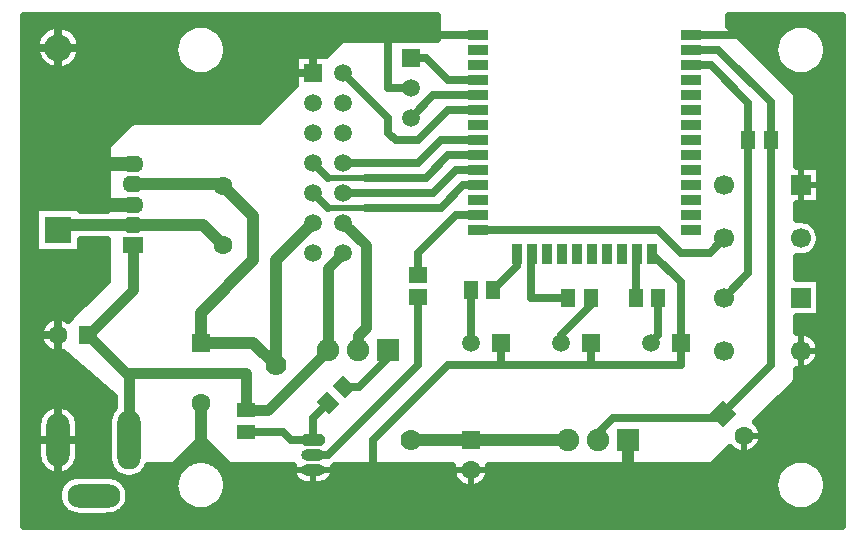
<source format=gbr>
G04 DipTrace 3.2.0.1*
G04 Bottom.gbr*
%MOIN*%
G04 #@! TF.FileFunction,Copper,L2,Bot*
G04 #@! TF.Part,Single*
%AMOUTLINE0*
4,1,4,
0.0,-0.044542,
-0.044542,0.0,
0.0,0.044542,
0.044542,0.0,
0.0,-0.044542,
0*%
%AMOUTLINE3*
4,1,8,
-0.029528,0.019685,
-0.03937,0.009843,
-0.03937,-0.009843,
-0.029528,-0.019685,
0.029528,-0.019685,
0.03937,-0.009843,
0.03937,0.009843,
0.029528,0.019685,
-0.029528,0.019685,
0*%
%AMOUTLINE6*
4,1,4,
0.029528,-0.025591,
-0.029528,-0.025591,
-0.029528,0.025591,
0.029528,0.025591,
0.029528,-0.025591,
0*%
%AMOUTLINE9*
4,1,4,
-0.002783,0.038974,
0.038974,-0.002783,
0.002783,-0.038974,
-0.038974,0.002783,
-0.002783,0.038974,
0*%
G04 #@! TA.AperFunction,Conductor*
%ADD13C,0.02755*%
%ADD14C,0.04*%
%ADD15C,0.045*%
%ADD16C,0.027*%
%ADD17C,0.01855*%
%ADD18C,0.035*%
G04 #@! TA.AperFunction,CopperBalancing*
%ADD19C,0.025*%
%ADD20C,0.025992*%
%ADD21C,0.02*%
%ADD22C,0.01*%
G04 #@! TA.AperFunction,ComponentPad*
%ADD23R,0.062992X0.062992*%
%ADD24C,0.062992*%
%ADD25R,0.090551X0.090551*%
%ADD26C,0.090551*%
%ADD27C,0.059055*%
%ADD28R,0.059055X0.059055*%
%ADD29O,0.07874X0.177165*%
%ADD30O,0.07874X0.19685*%
%ADD31O,0.177165X0.07874*%
%ADD32C,0.062992*%
%ADD33R,0.074803X0.074803*%
%ADD34C,0.074803*%
%ADD35O,0.07874X0.03937*%
%ADD36R,0.051181X0.059055*%
%ADD37R,0.059055X0.051181*%
G04 #@! TA.AperFunction,ComponentPad*
%ADD38R,0.066929X0.066929*%
%ADD39C,0.066929*%
%ADD40R,0.066929X0.035433*%
%ADD41R,0.035433X0.066929*%
G04 #@! TA.AperFunction,ComponentPad*
%ADD42R,0.070866X0.055118*%
%ADD43O,0.070866X0.055118*%
G04 #@! TA.AperFunction,ViaPad*
%ADD44C,0.07*%
G04 #@! TA.AperFunction,ComponentPad*
%ADD86OUTLINE0*%
%ADD89OUTLINE3*%
%ADD92OUTLINE6*%
%ADD95OUTLINE9*%
%FSLAX26Y26*%
G04*
G70*
G90*
G75*
G01*
G04 Bottom*
%LPD*%
X2627740Y1993701D2*
D13*
X2718701D1*
X2893504Y1818898D1*
Y1693701D1*
X2318701Y693701D2*
Y718701D1*
X2368701Y768701D1*
X2722990D1*
X2733345Y779056D1*
Y783345D1*
X2893701Y943701D1*
Y1693504D1*
X2893504Y1693701D1*
X2627740Y2043701D2*
X2793701D1*
X1693701Y1868701D2*
X1618701D1*
Y2043701D1*
X1918701Y2043488D2*
X1768913D1*
X2593701Y1018701D2*
Y1219079D1*
X2498409Y1314370D1*
X1568701Y593701D2*
Y693701D1*
X1818701Y943701D1*
X1993701D1*
X2293701D1*
X2593701D1*
Y1018701D1*
X2293701D2*
Y943701D1*
X2418701Y693701D2*
D14*
Y593701D1*
X1993701Y1018701D2*
D13*
Y943701D1*
X768701Y1612992D2*
D15*
X668701D1*
D16*
Y1593701D1*
X768701Y1478346D2*
D15*
X684055D1*
D16*
X668701Y1493701D1*
X993701Y818701D2*
D14*
Y668701D1*
X2048701Y1314488D2*
D13*
Y1273898D1*
X1968504Y1193701D1*
X1918701Y1393488D2*
X2518913D1*
X2593701Y1318701D1*
X2689961D1*
X2737795Y1366535D1*
X2443898Y1168701D2*
D16*
Y1309685D1*
X2448701Y1314488D1*
X1693701Y1968701D2*
D13*
X1743701D1*
X1818913Y1893488D1*
X1918701D1*
X1693701Y1768701D2*
X1768701Y1843701D1*
X1918488D1*
X1918701Y1843488D1*
X1468701Y1518701D2*
X1768701D1*
X1843488Y1593488D1*
X1918701D1*
X1368701Y1618701D2*
X1418701Y1568701D1*
D17*
X1543701D1*
D13*
X1743701D1*
X1818488Y1643488D1*
X1918701D1*
X1368701Y1518701D2*
X1418701Y1468701D1*
D17*
X1543701D1*
D13*
X1793701D1*
X1868488Y1543488D1*
X1918701D1*
X1468701Y1918701D2*
X1618701Y1768701D1*
Y1718701D1*
X1643701Y1693701D1*
X1718701D1*
X1818488Y1793488D1*
X1918701D1*
X1468701Y1618701D2*
X1718701D1*
X1793488Y1693488D1*
X1918701D1*
Y1443488D2*
X1843488D1*
X1718701Y1318701D1*
Y1243699D1*
X2627740Y1943701D2*
X2693701D1*
X2818701Y1818701D1*
Y1693701D1*
Y1249606D1*
X2737795Y1168701D1*
X754921Y693701D2*
D18*
Y907480D1*
X618701Y1043701D1*
X768701Y1193701D1*
Y1343701D1*
X1143701Y793701D2*
Y918701D1*
X754921D1*
Y693701D1*
X1143701Y793701D2*
X1218701D1*
X1418701Y993701D1*
Y1268701D1*
X1468701Y1318701D1*
X768701Y1411024D2*
D14*
X536024D1*
X518701Y1393701D1*
X768701Y1411024D2*
X1001378D1*
X1068701Y1343701D1*
X1693701Y693701D2*
X1893701D1*
X2218701D1*
D13*
D3*
X768701Y1545669D2*
D14*
X1063583D1*
X1068701Y1540551D1*
X993701Y1018701D2*
Y1118701D1*
X1168701Y1293701D1*
Y1440551D1*
X1068701Y1540551D1*
X993701Y1018701D2*
X1168701D1*
X1243701Y943701D1*
Y1293701D1*
X1368701Y1418701D1*
X1893701Y1193701D2*
D13*
Y1018701D1*
X1468701Y1418701D2*
D18*
X1543701Y1343701D1*
Y1068701D1*
X1518701Y1043701D1*
Y993701D1*
X2518701Y1168701D2*
D13*
Y1043701D1*
X2493701Y1018701D1*
X2098701Y1314488D2*
X2093701D1*
Y1168701D1*
X2218898D1*
X1143701Y718898D2*
X1268504D1*
X1293701Y693701D1*
X1368701D1*
X1418701Y818701D2*
X1368701Y768701D1*
Y693701D1*
Y643701D2*
X1418701D1*
X1718701Y943701D1*
Y1168896D1*
X1618701Y993701D2*
Y968701D1*
X1521596Y871596D1*
X1471596D1*
X2293701Y1168701D2*
Y1143701D1*
X2193701Y1043701D1*
Y1018701D1*
D44*
X1243701Y943701D3*
X1693701Y693701D3*
X408719Y2081332D2*
D19*
X1778693D1*
X408719Y2056463D2*
X463573D1*
X573858D2*
X930031D1*
X1057361D2*
X1778693D1*
X408719Y2031594D2*
X446457D1*
X590938D2*
X912198D1*
X1075231D2*
X1778693D1*
X408719Y2006726D2*
X440572D1*
X596824D2*
X904554D1*
X1082875D2*
X1436537D1*
X408719Y1981857D2*
X443155D1*
X594240D2*
X904375D1*
X1083018D2*
X1411669D1*
X408719Y1956988D2*
X455213D1*
X582182D2*
X911623D1*
X1075770D2*
X1306171D1*
X408719Y1932119D2*
X486827D1*
X550570D2*
X928848D1*
X1058546D2*
X1306171D1*
X408719Y1907251D2*
X976861D1*
X1010533D2*
X1306171D1*
X408719Y1882382D2*
X1306171D1*
X408719Y1857513D2*
X1287331D1*
X408719Y1832644D2*
X1262463D1*
X408719Y1807776D2*
X1237596D1*
X408719Y1782907D2*
X1212728D1*
X408719Y1758038D2*
X1187860D1*
X408719Y1733169D2*
X737980D1*
X408719Y1708301D2*
X713112D1*
X408719Y1683432D2*
X688244D1*
X408719Y1658563D2*
X678699D1*
X408719Y1633694D2*
X678699D1*
X408719Y1608825D2*
X678699D1*
X408719Y1583957D2*
X678699D1*
X408719Y1559088D2*
X678699D1*
X408719Y1534219D2*
X678699D1*
X408719Y1509350D2*
X678699D1*
X408719Y1484482D2*
X678699D1*
X408719Y1459613D2*
X440428D1*
X408719Y1434744D2*
X440428D1*
X408719Y1409875D2*
X440428D1*
X408719Y1385007D2*
X440428D1*
X408719Y1360138D2*
X440428D1*
X596967D2*
X678699D1*
X408719Y1335269D2*
X440428D1*
X596967D2*
X678699D1*
X408719Y1310400D2*
X678699D1*
X408719Y1285531D2*
X678699D1*
X408719Y1260663D2*
X678699D1*
X408719Y1235794D2*
X678699D1*
X408719Y1210925D2*
X665745D1*
X408719Y1186056D2*
X640878D1*
X408719Y1161188D2*
X616009D1*
X408719Y1136319D2*
X591142D1*
X408719Y1111450D2*
X566274D1*
X408719Y1086581D2*
X471432D1*
X408719Y1061713D2*
X456899D1*
X408719Y1036844D2*
X454602D1*
X408719Y1011975D2*
X462963D1*
X408719Y987106D2*
X490917D1*
X408719Y962238D2*
X558702D1*
X408719Y937369D2*
X587697D1*
X408719Y912500D2*
X616727D1*
X408719Y887631D2*
X645757D1*
X408719Y862762D2*
X674752D1*
X408719Y837894D2*
X703710D1*
X408719Y813025D2*
X703710D1*
X408719Y788156D2*
X462963D1*
X574432D2*
X692192D1*
X408719Y763287D2*
X449364D1*
X588031D2*
X683365D1*
X408719Y738419D2*
X446349D1*
X591046D2*
X682575D1*
X408719Y713550D2*
X446349D1*
X591046D2*
X682575D1*
X408719Y688681D2*
X446349D1*
X591046D2*
X682575D1*
X408719Y663812D2*
X446349D1*
X591046D2*
X682575D1*
X408719Y638944D2*
X446564D1*
X590831D2*
X682575D1*
X408719Y614075D2*
X453311D1*
X584085D2*
X685661D1*
X408719Y589206D2*
X473478D1*
X563917D2*
X699369D1*
X408719Y564337D2*
X542913D1*
X408719Y539469D2*
X522387D1*
X408719Y514600D2*
X515497D1*
X408719Y489731D2*
X517866D1*
X408719Y464862D2*
X530677D1*
X408719Y439993D2*
X572231D1*
X408719Y415125D2*
X703710D1*
X556713Y1099377D2*
Y1105689D1*
X562992D1*
X681193Y1223871D1*
X681201Y1360530D1*
X594483Y1360531D1*
X594469Y1317933D1*
X442933D1*
Y1469469D1*
X594469D1*
Y1461538D1*
X681175Y1461516D1*
X681239Y1669681D1*
X681812Y1672563D1*
X683043Y1675232D1*
X684862Y1677539D1*
X761353Y1753814D1*
X763917Y1755249D1*
X766745Y1756047D1*
X777887Y1756201D1*
X1188510D1*
X1308682Y1876360D1*
X1308681Y1978720D1*
X1411045D1*
X1461353Y2028814D1*
X1463917Y2030249D1*
X1466745Y2031047D1*
X1477887Y2031201D1*
X1781194D1*
X1781201Y2106224D1*
X406167Y2106201D1*
X406201Y406199D1*
X706217Y406201D1*
X706201Y441749D1*
X696953Y439659D1*
X686024Y438799D1*
X587598D1*
X576669Y439659D1*
X566009Y442219D1*
X555882Y446413D1*
X546534Y452142D1*
X538198Y459261D1*
X531079Y467597D1*
X525350Y476945D1*
X521156Y487072D1*
X518596Y497732D1*
X517736Y508661D1*
X518596Y519591D1*
X521156Y530251D1*
X525350Y540378D1*
X531079Y549726D1*
X538198Y558062D1*
X546534Y565181D1*
X555882Y570909D1*
X566009Y575104D1*
X576669Y577664D1*
X587619Y578522D1*
X691505Y578308D1*
X702332Y576593D1*
X706189Y575505D1*
X706201Y584596D1*
X701798Y589274D1*
X695354Y598143D1*
X690377Y607911D1*
X686990Y618337D1*
X685274Y629164D1*
X685059Y653018D1*
X685274Y758238D1*
X686990Y769064D1*
X690377Y779491D1*
X695354Y789259D1*
X701798Y798127D1*
X706198Y802781D1*
X706201Y837965D1*
X535706Y984089D1*
X527849Y982391D1*
X520533Y981740D1*
X513192Y981958D1*
X505928Y983043D1*
X498843Y984979D1*
X492037Y987740D1*
X485605Y991287D1*
X479638Y995570D1*
X474219Y1000528D1*
X469425Y1006092D1*
X465323Y1012184D1*
X461970Y1018719D1*
X459413Y1025605D1*
X457689Y1032744D1*
X456822Y1040037D1*
Y1047382D1*
X457692Y1054676D1*
X459419Y1061814D1*
X461976Y1068699D1*
X465332Y1075232D1*
X469436Y1081324D1*
X474232Y1086887D1*
X479652Y1091844D1*
X485621Y1096125D1*
X492052Y1099669D1*
X498860Y1102428D1*
X505945Y1104362D1*
X513210Y1105445D1*
X520551Y1105661D1*
X527867Y1105008D1*
X535054Y1103493D1*
X542012Y1101139D1*
X548642Y1097979D1*
X552783Y1095470D1*
X556709Y1099387D1*
X594446Y2000131D2*
X593668Y1990984D1*
X591789Y1981997D1*
X588837Y1973304D1*
X584856Y1965031D1*
X579903Y1957302D1*
X574051Y1950227D1*
X567387Y1943913D1*
X560008Y1938450D1*
X552022Y1933921D1*
X543547Y1930391D1*
X534707Y1927911D1*
X525634Y1926518D1*
X516457Y1926234D1*
X507314Y1927062D1*
X498337Y1928988D1*
X489660Y1931987D1*
X481409Y1936013D1*
X473706Y1941008D1*
X466663Y1946898D1*
X460385Y1953596D1*
X454962Y1961004D1*
X450475Y1969013D1*
X446991Y1977507D1*
X444558Y1986360D1*
X443215Y1995441D1*
X442979Y2004619D1*
X443856Y2013757D1*
X445831Y2022723D1*
X448877Y2031385D1*
X452946Y2039614D1*
X457983Y2047290D1*
X463909Y2054301D1*
X470642Y2060543D1*
X478079Y2065927D1*
X486113Y2070370D1*
X494625Y2073810D1*
X503491Y2076194D1*
X512579Y2077488D1*
X521759Y2077675D1*
X530892Y2076749D1*
X539846Y2074726D1*
X548491Y2071634D1*
X556698Y2067520D1*
X564348Y2062442D1*
X571327Y2056478D1*
X577533Y2049713D1*
X582875Y2042247D1*
X587276Y2034189D1*
X590669Y2025659D1*
X593007Y2016781D1*
X594252Y2007685D1*
X594446Y2000131D1*
X448845Y742909D2*
X449336Y751236D1*
X450593Y758474D1*
X452604Y765539D1*
X455345Y772354D1*
X458786Y778844D1*
X462890Y784936D1*
X467612Y790564D1*
X472896Y795665D1*
X478689Y800182D1*
X484924Y804067D1*
X491531Y807276D1*
X498440Y809773D1*
X505572Y811531D1*
X512849Y812530D1*
X520192Y812760D1*
X527517Y812217D1*
X534745Y810908D1*
X541797Y808848D1*
X548592Y806058D1*
X555056Y802571D1*
X561119Y798424D1*
X566714Y793663D1*
X571777Y788341D1*
X576253Y782517D1*
X580093Y776255D1*
X583255Y769625D1*
X585703Y762698D1*
X587409Y755554D1*
X588357Y748269D1*
X588563Y735564D1*
X588345Y638982D1*
X587383Y631699D1*
X585660Y624559D1*
X583197Y617638D1*
X580021Y611014D1*
X576168Y604761D1*
X571678Y598946D1*
X566604Y593635D1*
X561000Y588887D1*
X554928Y584753D1*
X548455Y581280D1*
X541654Y578504D1*
X534598Y576459D1*
X527367Y575165D1*
X520041Y574639D1*
X512699Y574885D1*
X505424Y575899D1*
X498295Y577672D1*
X491392Y580184D1*
X484791Y583407D1*
X478566Y587304D1*
X472783Y591836D1*
X467509Y596948D1*
X462801Y602585D1*
X458709Y608686D1*
X455282Y615184D1*
X452555Y622005D1*
X450560Y629075D1*
X449319Y636315D1*
X448845Y644484D1*
X448839Y742811D1*
X1081062Y1986825D2*
X1080253Y1979992D1*
X1078911Y1973244D1*
X1077043Y1966621D1*
X1074661Y1960165D1*
X1071781Y1953917D1*
X1068419Y1947913D1*
X1064596Y1942193D1*
X1060336Y1936789D1*
X1055665Y1931736D1*
X1050613Y1927066D1*
X1045209Y1922806D1*
X1039488Y1918983D1*
X1033484Y1915621D1*
X1027236Y1912740D1*
X1020781Y1910358D1*
X1014157Y1908491D1*
X1007409Y1907148D1*
X1000576Y1906340D1*
X993701Y1906070D1*
X986825Y1906340D1*
X979992Y1907148D1*
X973244Y1908491D1*
X966621Y1910358D1*
X960165Y1912740D1*
X953917Y1915621D1*
X947913Y1918983D1*
X942193Y1922806D1*
X936789Y1927066D1*
X931736Y1931736D1*
X927066Y1936789D1*
X922806Y1942193D1*
X918983Y1947913D1*
X915621Y1953917D1*
X912740Y1960165D1*
X910358Y1966621D1*
X908491Y1973244D1*
X907148Y1979992D1*
X906340Y1986825D1*
X906070Y1993701D1*
X906340Y2000576D1*
X907148Y2007409D1*
X908491Y2014157D1*
X910358Y2020781D1*
X912740Y2027236D1*
X915621Y2033484D1*
X918983Y2039488D1*
X922806Y2045209D1*
X927066Y2050613D1*
X931736Y2055665D1*
X936789Y2060336D1*
X942193Y2064596D1*
X947913Y2068419D1*
X953917Y2071781D1*
X960165Y2074661D1*
X966621Y2077043D1*
X973244Y2078911D1*
X979992Y2080253D1*
X986825Y2081062D1*
X993701Y2081332D1*
X1000576Y2081062D1*
X1007409Y2080253D1*
X1014157Y2078911D1*
X1020781Y2077043D1*
X1027236Y2074661D1*
X1033484Y2071781D1*
X1039488Y2068419D1*
X1045209Y2064596D1*
X1050613Y2060336D1*
X1055665Y2055665D1*
X1060336Y2050613D1*
X1064596Y2045209D1*
X1068419Y2039488D1*
X1071781Y2033484D1*
X1074661Y2027236D1*
X1077043Y2020781D1*
X1078911Y2014157D1*
X1080253Y2007409D1*
X1081062Y2000576D1*
X1081332Y1993701D1*
X1081062Y1986825D1*
X518701Y1105654D2*
D20*
Y981748D1*
X456748Y1043701D2*
X518701D1*
Y2077701D2*
Y1926236D1*
X442969Y2001969D2*
X594433D1*
X1368701Y1978685D2*
Y1918701D1*
X1308717D2*
X1368701D1*
X518701Y812740D2*
Y574661D1*
X448874Y693701D2*
X588528D1*
X408719Y581332D2*
D19*
X486324D1*
X551071D2*
X707262D1*
X802584D2*
X912054D1*
X1075340D2*
X1297881D1*
X1439528D2*
X1830474D1*
X1956942D2*
X2912059D1*
X3075344D2*
X3128692D1*
X408719Y556463D2*
X534157D1*
X739463D2*
X904518D1*
X1082911D2*
X1312881D1*
X1424529D2*
X1841634D1*
X1945747D2*
X2904488D1*
X3082881D2*
X3128692D1*
X408719Y531594D2*
X519122D1*
X754499D2*
X904411D1*
X1082983D2*
X2904416D1*
X3082988D2*
X3128692D1*
X408719Y506726D2*
X515247D1*
X758374D2*
X911766D1*
X1075663D2*
X2911736D1*
X3075631D2*
X3128692D1*
X408719Y481857D2*
X520593D1*
X753028D2*
X929100D1*
X1058294D2*
X2929104D1*
X3058299D2*
X3128692D1*
X408719Y456988D2*
X538070D1*
X735552D2*
X978547D1*
X1008846D2*
X2978552D1*
X3008850D2*
X3128692D1*
X408719Y432119D2*
X3128692D1*
X408719Y407251D2*
X3128692D1*
X1955661Y591864D2*
X1955009Y584549D1*
X1953496Y577361D1*
X1951144Y570403D1*
X1947986Y563772D1*
X1944064Y557562D1*
X1939436Y551858D1*
X1934167Y546743D1*
X1928328Y542286D1*
X1922004Y538551D1*
X1915282Y535591D1*
X1908257Y533446D1*
X1901028Y532147D1*
X1893697Y531713D1*
X1886365Y532148D1*
X1879135Y533448D1*
X1872112Y535593D1*
X1865390Y538555D1*
X1859066Y542291D1*
X1853228Y546748D1*
X1847959Y551865D1*
X1843332Y557568D1*
X1839412Y563780D1*
X1836255Y570411D1*
X1833903Y577370D1*
X1832391Y584556D1*
X1831740Y591873D1*
X1831958Y599214D1*
X1832991Y606203D1*
X1442207Y606201D1*
X1438785Y604253D1*
X1437853Y602109D1*
X1438551Y594801D1*
X1438261Y588199D1*
X1436924Y580980D1*
X1434547Y574033D1*
X1431184Y567507D1*
X1426902Y561541D1*
X1421797Y556265D1*
X1415975Y551789D1*
X1409563Y548211D1*
X1402698Y545608D1*
X1395526Y544034D1*
X1388386Y543524D1*
X1345160Y543672D1*
X1337900Y544770D1*
X1330879Y546916D1*
X1324245Y550064D1*
X1318142Y554146D1*
X1312699Y559075D1*
X1308035Y564747D1*
X1304249Y571037D1*
X1301420Y577812D1*
X1299612Y584929D1*
X1298860Y592232D1*
X1299182Y599568D1*
X1300428Y606201D1*
X1055160D1*
X1060336Y600613D1*
X1064596Y595209D1*
X1068419Y589488D1*
X1071781Y583484D1*
X1074661Y577236D1*
X1077043Y570781D1*
X1078911Y564157D1*
X1080253Y557409D1*
X1081062Y550576D1*
X1081332Y543701D1*
X1081062Y536825D1*
X1080253Y529992D1*
X1078911Y523244D1*
X1077043Y516621D1*
X1074661Y510165D1*
X1071781Y503917D1*
X1068419Y497913D1*
X1064596Y492193D1*
X1060336Y486789D1*
X1055665Y481736D1*
X1050613Y477066D1*
X1045209Y472806D1*
X1039488Y468983D1*
X1033484Y465621D1*
X1027236Y462740D1*
X1020781Y460358D1*
X1014157Y458491D1*
X1007409Y457148D1*
X1000576Y456340D1*
X993701Y456070D1*
X986825Y456340D1*
X979992Y457148D1*
X973244Y458491D1*
X966621Y460358D1*
X960165Y462740D1*
X953917Y465621D1*
X947913Y468983D1*
X942193Y472806D1*
X936789Y477066D1*
X931736Y481736D1*
X927066Y486789D1*
X922806Y492193D1*
X918983Y497913D1*
X915621Y503917D1*
X912740Y510165D1*
X910358Y516621D1*
X908491Y523244D1*
X907148Y529992D1*
X906340Y536825D1*
X906070Y543701D1*
X906340Y550576D1*
X907148Y557409D1*
X908491Y564157D1*
X910358Y570781D1*
X912740Y577236D1*
X915621Y583484D1*
X918983Y589488D1*
X922806Y595209D1*
X927066Y600613D1*
X932308Y606194D1*
X818761Y606201D1*
X814488Y598143D1*
X808045Y589274D1*
X800293Y581522D1*
X791424Y575079D1*
X781656Y570101D1*
X771230Y566714D1*
X760403Y564999D1*
X749440D1*
X738613Y566714D1*
X728186Y570101D1*
X718419Y575079D1*
X709550Y581522D1*
X701798Y589274D1*
X695354Y598143D1*
X691157Y606218D1*
X577117Y606201D1*
X571824Y599117D1*
X564072Y591365D1*
X555203Y584921D1*
X545436Y579944D1*
X535009Y576556D1*
X524182Y574841D1*
X513219D1*
X502392Y576556D1*
X491966Y579944D1*
X482198Y584921D1*
X473329Y591365D1*
X465577Y599117D1*
X460336Y606186D1*
X406236Y606201D1*
X406201Y406228D1*
X3131198Y406201D1*
X3131201Y606171D1*
X3055102Y606201D1*
X3060336Y600613D1*
X3064596Y595209D1*
X3068419Y589488D1*
X3071781Y583484D1*
X3074661Y577236D1*
X3077043Y570781D1*
X3078911Y564157D1*
X3080253Y557409D1*
X3081062Y550576D1*
X3081332Y543701D1*
X3081062Y536825D1*
X3080253Y529992D1*
X3078911Y523244D1*
X3077043Y516621D1*
X3074661Y510165D1*
X3071781Y503917D1*
X3068419Y497913D1*
X3064596Y492193D1*
X3060336Y486789D1*
X3055665Y481736D1*
X3050613Y477066D1*
X3045209Y472806D1*
X3039488Y468983D1*
X3033484Y465621D1*
X3027236Y462740D1*
X3020781Y460358D1*
X3014157Y458491D1*
X3007409Y457148D1*
X3000576Y456340D1*
X2993701Y456070D1*
X2986825Y456340D1*
X2979992Y457148D1*
X2973244Y458491D1*
X2966621Y460358D1*
X2960165Y462740D1*
X2953917Y465621D1*
X2947913Y468983D1*
X2942193Y472806D1*
X2936789Y477066D1*
X2931736Y481736D1*
X2927066Y486789D1*
X2922806Y492193D1*
X2918983Y497913D1*
X2915621Y503917D1*
X2912740Y510165D1*
X2910358Y516621D1*
X2908491Y523244D1*
X2907148Y529992D1*
X2906340Y536825D1*
X2906070Y543701D1*
X2906340Y550576D1*
X2907148Y557409D1*
X2908491Y564157D1*
X2910358Y570781D1*
X2912740Y577236D1*
X2915621Y583484D1*
X2918983Y589488D1*
X2922806Y595209D1*
X2927066Y600613D1*
X2932308Y606194D1*
X1954408Y606201D1*
X1955446Y599188D1*
X1955661Y591864D1*
X587619Y438801D2*
X576669Y439659D1*
X566009Y442219D1*
X555882Y446413D1*
X546534Y452142D1*
X538198Y459261D1*
X531079Y467597D1*
X525350Y476945D1*
X521156Y487072D1*
X518596Y497732D1*
X517736Y508661D1*
X518596Y519591D1*
X521156Y530251D1*
X525350Y540378D1*
X531079Y549726D1*
X538198Y558062D1*
X546534Y565181D1*
X555882Y570909D1*
X566009Y575104D1*
X576669Y577664D1*
X587619Y578522D1*
X691505Y578308D1*
X702332Y576593D1*
X712759Y573206D1*
X722526Y568228D1*
X731395Y561785D1*
X739147Y554033D1*
X745591Y545164D1*
X750568Y535396D1*
X753955Y524970D1*
X755671Y514143D1*
Y503180D1*
X753955Y492353D1*
X750568Y481927D1*
X745591Y472159D1*
X739147Y463290D1*
X731395Y455538D1*
X722526Y449094D1*
X712759Y444117D1*
X702332Y440730D1*
X691505Y439014D1*
X667651Y438799D1*
X587598Y438835D1*
X1893701Y593701D2*
D21*
Y531748D1*
X1831748Y593701D2*
X1955654D1*
X1368701D2*
Y543559D1*
X1298874Y593701D2*
X1438528D1*
X2758688Y2081332D2*
D19*
X3128714D1*
X2776127Y2056463D2*
X2930059D1*
X3057352D2*
X3128714D1*
X2800996Y2031594D2*
X2912189D1*
X3075222D2*
X3128714D1*
X2825864Y2006726D2*
X2904545D1*
X3082866D2*
X3128714D1*
X2850731Y1981857D2*
X2904366D1*
X3083045D2*
X3128714D1*
X2875598Y1956988D2*
X2911614D1*
X3075761D2*
X3128714D1*
X2900466Y1932119D2*
X2928839D1*
X3058537D2*
X3128714D1*
X2925335Y1907251D2*
X2976852D1*
X3010524D2*
X3128714D1*
X2950202Y1882382D2*
X3128714D1*
X2975070Y1857513D2*
X3128714D1*
X2983718Y1832644D2*
X3128714D1*
X2983718Y1807776D2*
X3128714D1*
X2983718Y1782907D2*
X3128714D1*
X2983718Y1758038D2*
X3128714D1*
X2983718Y1733169D2*
X3128714D1*
X2983718Y1708301D2*
X3128714D1*
X2983718Y1683432D2*
X3128714D1*
X2983718Y1658563D2*
X3128714D1*
X2983718Y1633694D2*
X3128714D1*
X2983718Y1608825D2*
X3128714D1*
X3060151Y1583957D2*
X3128714D1*
X3060151Y1559088D2*
X3128714D1*
X3060151Y1534219D2*
X3128714D1*
X3060151Y1509350D2*
X3128714D1*
X3060151Y1484482D2*
X3128714D1*
X2983718Y1459613D2*
X3128714D1*
X2983718Y1434744D2*
X3128714D1*
X3043249Y1409875D2*
X3128714D1*
X3057424Y1385007D2*
X3128714D1*
X3059828Y1360138D2*
X3128714D1*
X3052005Y1335269D2*
X3128714D1*
X3026850Y1310400D2*
X3128714D1*
X2983718Y1285531D2*
X3128714D1*
X2983718Y1260663D2*
X3128714D1*
X2983718Y1235794D2*
X3128714D1*
X3060151Y1210925D2*
X3128714D1*
X3060151Y1186056D2*
X3128714D1*
X3060151Y1161188D2*
X3128714D1*
X3060151Y1136319D2*
X3128714D1*
X3060151Y1111450D2*
X3128714D1*
X2983718Y1086581D2*
X3128714D1*
X2983718Y1061713D2*
X3128714D1*
X3041348Y1036844D2*
X3128714D1*
X3056814Y1011975D2*
X3128714D1*
X3060008Y987106D2*
X3128714D1*
X3053046Y962238D2*
X3128714D1*
X3030223Y937369D2*
X3128714D1*
X2983718Y912500D2*
X3128714D1*
X2982820Y887631D2*
X3128714D1*
X2957953Y862762D2*
X3128714D1*
X2933085Y837894D2*
X3128714D1*
X2908218Y813025D2*
X3128714D1*
X2883349Y788156D2*
X3128714D1*
X2858482Y763287D2*
X3128714D1*
X2860743Y738419D2*
X3128714D1*
X2868314Y713550D2*
X3128714D1*
X2865336Y688681D2*
X3128714D1*
X2849690Y663812D2*
X3128714D1*
X2734108Y638944D2*
X3128714D1*
X2709240Y614075D2*
X2938993D1*
X3048417D2*
X3128714D1*
X2684371Y589206D2*
X2916315D1*
X3071096D2*
X3128714D1*
X2659504Y564337D2*
X2906016D1*
X3081358D2*
X3128714D1*
X2634636Y539469D2*
X2903684D1*
X3083727D2*
X3128714D1*
X2609769Y514600D2*
X2908529D1*
X3078846D2*
X3128714D1*
X2584900Y489731D2*
X2922164D1*
X3065247D2*
X3128714D1*
X2560033Y464862D2*
X2952953D1*
X3034458D2*
X3128714D1*
X2535165Y439993D2*
X3128714D1*
X2866016Y706508D2*
X2865364Y699193D1*
X2863850Y692005D1*
X2861499Y685047D1*
X2858340Y678416D1*
X2854419Y672206D1*
X2849790Y666503D1*
X2844521Y661387D1*
X2838682Y656930D1*
X2832358Y653196D1*
X2825636Y650235D1*
X2818612Y648091D1*
X2811382Y646791D1*
X2804051Y646357D1*
X2796719Y646793D1*
X2789490Y648092D1*
X2782466Y650238D1*
X2775744Y653199D1*
X2769420Y656936D1*
X2763583Y661392D1*
X2758741Y666055D1*
X2523879Y431201D1*
X3131184D1*
X3131201Y2106227D1*
X2756188Y2106201D1*
X2756201Y2073904D1*
X2978814Y1851049D1*
X2980249Y1848484D1*
X2981047Y1845656D1*
X2981201Y1834514D1*
Y1607690D1*
X3057657Y1607657D1*
Y1479744D1*
X2981203D1*
X2981201Y1429274D1*
X2988682Y1430295D1*
X2998719D1*
X3008631Y1428724D1*
X3018176Y1425623D1*
X3027118Y1421067D1*
X3035238Y1415168D1*
X3042333Y1408072D1*
X3048232Y1399953D1*
X3052789Y1391010D1*
X3055890Y1381466D1*
X3057461Y1371554D1*
Y1361517D1*
X3055890Y1351605D1*
X3052789Y1342060D1*
X3048232Y1333118D1*
X3042333Y1324999D1*
X3035238Y1317903D1*
X3027118Y1312004D1*
X3018176Y1307448D1*
X3008631Y1304346D1*
X2998719Y1302776D1*
X2988682D1*
X2981214Y1303860D1*
X2981201Y1232629D1*
X3057657Y1232657D1*
Y1104744D1*
X2981189D1*
X2981201Y1054285D1*
X2989951Y1055382D1*
X2997297Y1055391D1*
X3004594Y1054558D1*
X3011748Y1052892D1*
X3018664Y1050419D1*
X3025251Y1047168D1*
X3031421Y1043184D1*
X3037094Y1038518D1*
X3042196Y1033234D1*
X3046656Y1027399D1*
X3050419Y1021091D1*
X3053433Y1014392D1*
X3055660Y1007394D1*
X3057070Y1000185D1*
X3057644Y992862D1*
X3057420Y986030D1*
X3056369Y978761D1*
X3054491Y971660D1*
X3051811Y964822D1*
X3048365Y958335D1*
X3044198Y952286D1*
X3039365Y946756D1*
X3033929Y941815D1*
X3027963Y937530D1*
X3021546Y933958D1*
X3014761Y931146D1*
X3007698Y929129D1*
X3000450Y927936D1*
X2993114Y927581D1*
X2985785Y928071D1*
X2981203Y928819D1*
X2981047Y891745D1*
X2980249Y888917D1*
X2978814Y886353D1*
X2971043Y878366D1*
X2846331Y753654D1*
X2851022Y748801D1*
X2855478Y742961D1*
X2859211Y736636D1*
X2862171Y729913D1*
X2864314Y722888D1*
X2865610Y715659D1*
X2866043Y708345D1*
X2866016Y706508D1*
X3081062Y1986825D2*
X3080253Y1979992D1*
X3078911Y1973244D1*
X3077043Y1966621D1*
X3074661Y1960165D1*
X3071781Y1953917D1*
X3068419Y1947913D1*
X3064596Y1942193D1*
X3060336Y1936789D1*
X3055665Y1931736D1*
X3050613Y1927066D1*
X3045209Y1922806D1*
X3039488Y1918983D1*
X3033484Y1915621D1*
X3027236Y1912740D1*
X3020781Y1910358D1*
X3014157Y1908491D1*
X3007409Y1907148D1*
X3000576Y1906340D1*
X2993701Y1906070D1*
X2986825Y1906340D1*
X2979992Y1907148D1*
X2973244Y1908491D1*
X2966621Y1910358D1*
X2960165Y1912740D1*
X2953917Y1915621D1*
X2947913Y1918983D1*
X2942193Y1922806D1*
X2936789Y1927066D1*
X2931736Y1931736D1*
X2927066Y1936789D1*
X2922806Y1942193D1*
X2918983Y1947913D1*
X2915621Y1953917D1*
X2912740Y1960165D1*
X2910358Y1966621D1*
X2908491Y1973244D1*
X2907148Y1979992D1*
X2906340Y1986825D1*
X2906070Y1993701D1*
X2906340Y2000576D1*
X2907148Y2007409D1*
X2908491Y2014157D1*
X2910358Y2020781D1*
X2912740Y2027236D1*
X2915621Y2033484D1*
X2918983Y2039488D1*
X2922806Y2045209D1*
X2927066Y2050613D1*
X2931736Y2055665D1*
X2936789Y2060336D1*
X2942193Y2064596D1*
X2947913Y2068419D1*
X2953917Y2071781D1*
X2960165Y2074661D1*
X2966621Y2077043D1*
X2973244Y2078911D1*
X2979992Y2080253D1*
X2986825Y2081062D1*
X2993701Y2081332D1*
X3000576Y2081062D1*
X3007409Y2080253D1*
X3014157Y2078911D1*
X3020781Y2077043D1*
X3027236Y2074661D1*
X3033484Y2071781D1*
X3039488Y2068419D1*
X3045209Y2064596D1*
X3050613Y2060336D1*
X3055665Y2055665D1*
X3060336Y2050613D1*
X3064596Y2045209D1*
X3068419Y2039488D1*
X3071781Y2033484D1*
X3074661Y2027236D1*
X3077043Y2020781D1*
X3078911Y2014157D1*
X3080253Y2007409D1*
X3081062Y2000576D1*
X3081332Y1993701D1*
X3081062Y1986825D1*
Y536825D2*
X3080253Y529992D1*
X3078911Y523244D1*
X3077043Y516621D1*
X3074661Y510165D1*
X3071781Y503917D1*
X3068419Y497913D1*
X3064596Y492193D1*
X3060336Y486789D1*
X3055665Y481736D1*
X3050613Y477066D1*
X3045209Y472806D1*
X3039488Y468983D1*
X3033484Y465621D1*
X3027236Y462740D1*
X3020781Y460358D1*
X3014157Y458491D1*
X3007409Y457148D1*
X3000576Y456340D1*
X2993701Y456070D1*
X2986825Y456340D1*
X2979992Y457148D1*
X2973244Y458491D1*
X2966621Y460358D1*
X2960165Y462740D1*
X2953917Y465621D1*
X2947913Y468983D1*
X2942193Y472806D1*
X2936789Y477066D1*
X2931736Y481736D1*
X2927066Y486789D1*
X2922806Y492193D1*
X2918983Y497913D1*
X2915621Y503917D1*
X2912740Y510165D1*
X2910358Y516621D1*
X2908491Y523244D1*
X2907148Y529992D1*
X2906340Y536825D1*
X2906070Y543701D1*
X2906340Y550576D1*
X2907148Y557409D1*
X2908491Y564157D1*
X2910358Y570781D1*
X2912740Y577236D1*
X2915621Y583484D1*
X2918983Y589488D1*
X2922806Y595209D1*
X2927066Y600613D1*
X2931736Y605665D1*
X2936789Y610336D1*
X2942193Y614596D1*
X2947913Y618419D1*
X2953917Y621781D1*
X2960165Y624661D1*
X2966621Y627043D1*
X2973244Y628911D1*
X2979992Y630253D1*
X2986825Y631062D1*
X2993701Y631332D1*
X3000576Y631062D1*
X3007409Y630253D1*
X3014157Y628911D1*
X3020781Y627043D1*
X3027236Y624661D1*
X3033484Y621781D1*
X3039488Y618419D1*
X3045209Y614596D1*
X3050613Y610336D1*
X3055665Y605665D1*
X3060336Y600613D1*
X3064596Y595209D1*
X3068419Y589488D1*
X3071781Y583484D1*
X3074661Y577236D1*
X3077043Y570781D1*
X3078911Y564157D1*
X3080253Y557409D1*
X3081062Y550576D1*
X3081332Y543701D1*
X3081062Y536825D1*
X2804055Y708345D2*
D21*
Y646392D1*
Y708345D2*
X2866008D1*
X2993701Y1055457D2*
Y927614D1*
Y991535D2*
X3057622D1*
X2993701Y1607621D2*
Y1479780D1*
Y1543701D2*
X3057622D1*
X986898Y703832D2*
D22*
X1000504D1*
X977034Y693963D2*
X1010367D1*
X967172Y684094D2*
X1020230D1*
X957289Y674226D2*
X1030113D1*
X947425Y664357D2*
X1039976D1*
X937562Y654488D2*
X1049840D1*
X927699Y644619D2*
X1059702D1*
X917816Y634751D2*
X1069585D1*
X907953Y624882D2*
X1079449D1*
X898089Y615013D2*
X956148D1*
X1031253D2*
X1089312D1*
X888206Y605144D2*
X941265D1*
X1046136D2*
X1099196D1*
X878344Y595276D2*
X931382D1*
X1056020D2*
X1109058D1*
X868480Y585407D2*
X924273D1*
X1063129D2*
X1118921D1*
X858617Y575538D2*
X919176D1*
X1068226D2*
X1128785D1*
X848734Y565669D2*
X915640D1*
X1071761D2*
X1138668D1*
X838870Y555801D2*
X913492D1*
X1073909D2*
X1148531D1*
X913761Y548694D2*
X914664Y556900D1*
X915642Y561803D1*
X916921Y566635D1*
X918501Y571379D1*
X920374Y576014D1*
X922531Y580524D1*
X924966Y584890D1*
X927668Y589096D1*
X930627Y593125D1*
X933832Y596962D1*
X937270Y600592D1*
X940928Y604000D1*
X944790Y607173D1*
X948844Y610100D1*
X953071Y612768D1*
X957457Y615167D1*
X961984Y617287D1*
X966634Y619122D1*
X971390Y620664D1*
X976232Y621906D1*
X981143Y622843D1*
X986102Y623471D1*
X991092Y623790D1*
X996091Y623797D1*
X1001081Y623491D1*
X1006042Y622875D1*
X1010955Y621953D1*
X1015801Y620724D1*
X1020560Y619196D1*
X1025217Y617374D1*
X1029749Y615265D1*
X1034142Y612878D1*
X1038377Y610222D1*
X1042438Y607307D1*
X1046310Y604144D1*
X1049976Y600745D1*
X1053424Y597126D1*
X1056639Y593298D1*
X1059609Y589277D1*
X1062323Y585077D1*
X1064769Y580718D1*
X1066940Y576215D1*
X1068824Y571584D1*
X1070417Y566845D1*
X1071711Y562017D1*
X1072701Y557117D1*
X1073383Y552164D1*
X1073701Y548701D1*
X1156612D1*
X993706Y711625D1*
X830776Y548705D1*
X913720Y548701D1*
D23*
X618701Y1043701D3*
D24*
X518701D3*
X993701Y818701D3*
D23*
Y1018701D3*
X1893701Y693701D3*
D24*
Y593701D3*
D86*
X2733345Y779056D3*
D24*
X2804055Y708345D3*
D25*
X518701Y1393701D3*
D26*
Y2001969D3*
D27*
X1893701Y1018701D3*
D28*
X1993701D3*
D27*
X2493701D3*
D28*
X2593701D3*
D27*
X2193701D3*
D28*
X2293701D3*
X1368701Y1918701D3*
D27*
X1468701D3*
X1368701Y1818701D3*
X1468701D3*
X1368701Y1718701D3*
X1468701D3*
X1368701Y1618701D3*
X1468701D3*
X1368701Y1518701D3*
X1468701D3*
X1368701Y1418701D3*
X1468701D3*
X1368701Y1318701D3*
X1468701D3*
D29*
X518701Y693701D3*
D30*
X754921D3*
D31*
X636811Y508661D3*
D28*
X1693701Y1968701D3*
D27*
Y1868701D3*
Y1768701D3*
D32*
X1068701Y1343701D3*
Y1540551D3*
D33*
X1618701Y993701D3*
D34*
X1518701D3*
X1418701D3*
D89*
X1368701Y693701D3*
D35*
Y643701D3*
Y593701D3*
D36*
X2818701Y1693701D3*
X2893504D3*
X1893701Y1193701D3*
X1968504D3*
X2518701Y1168701D3*
X2443898D3*
D37*
X1143701Y793701D3*
Y718898D3*
D92*
X1718701Y1243699D3*
Y1168896D3*
D95*
X1418701Y818701D3*
X1471596Y871596D3*
D36*
X2293701Y1168701D3*
X2218898D3*
D38*
X2993701D3*
D39*
Y991535D3*
X2737795D3*
Y1168701D3*
D38*
X2993701Y1543701D3*
D39*
Y1366535D3*
X2737795D3*
Y1543701D3*
D40*
X2627740Y2043701D3*
Y1993701D3*
Y1943701D3*
Y1893701D3*
Y1843701D3*
Y1793701D3*
Y1743701D3*
Y1693701D3*
Y1643701D3*
Y1593701D3*
Y1543701D3*
Y1493701D3*
Y1443701D3*
Y1393701D3*
D41*
X2498409Y1314370D3*
X2448701Y1314488D3*
X2398701D3*
X2348701D3*
X2298701D3*
X2248701D3*
X2198701D3*
X2148701D3*
X2098701D3*
X2048701D3*
D40*
X1918701Y1393488D3*
Y1443488D3*
Y1493488D3*
Y1543488D3*
Y1593488D3*
Y1643488D3*
Y1693488D3*
Y1743488D3*
Y1793488D3*
Y1843488D3*
Y1893488D3*
Y1943488D3*
Y1993488D3*
Y2043488D3*
D42*
X768701Y1343701D3*
D43*
Y1411024D3*
Y1478346D3*
Y1545669D3*
Y1612992D3*
D33*
X2418701Y693701D3*
D34*
X2318701D3*
X2218701D3*
M02*

</source>
